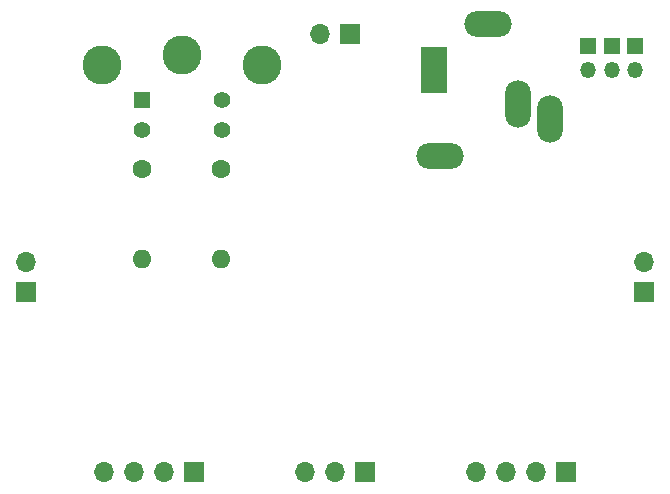
<source format=gbr>
G04 #@! TF.GenerationSoftware,KiCad,Pcbnew,(6.0.0)*
G04 #@! TF.CreationDate,2022-02-21T15:52:47+01:00*
G04 #@! TF.ProjectId,rfreplacement,72667265-706c-4616-9365-6d656e742e6b,rev?*
G04 #@! TF.SameCoordinates,Original*
G04 #@! TF.FileFunction,Soldermask,Bot*
G04 #@! TF.FilePolarity,Negative*
%FSLAX46Y46*%
G04 Gerber Fmt 4.6, Leading zero omitted, Abs format (unit mm)*
G04 Created by KiCad (PCBNEW (6.0.0)) date 2022-02-21 15:52:47*
%MOMM*%
%LPD*%
G01*
G04 APERTURE LIST*
%ADD10R,1.700000X1.700000*%
%ADD11O,1.700000X1.700000*%
%ADD12O,2.200000X4.000000*%
%ADD13O,4.000000X2.200000*%
%ADD14R,2.200000X4.000000*%
%ADD15R,1.398000X1.398000*%
%ADD16C,1.398000*%
%ADD17C,3.306000*%
%ADD18R,1.350000X1.350000*%
%ADD19O,1.350000X1.350000*%
%ADD20C,1.600000*%
%ADD21O,1.600000X1.600000*%
G04 APERTURE END LIST*
D10*
X144272000Y-99822000D03*
D11*
X141732000Y-99822000D03*
X139192000Y-99822000D03*
X136652000Y-99822000D03*
D10*
X127254000Y-99822000D03*
D11*
X124714000Y-99822000D03*
X122174000Y-99822000D03*
D10*
X112776000Y-99822000D03*
D11*
X110236000Y-99822000D03*
X107696000Y-99822000D03*
X105156000Y-99822000D03*
D12*
X142896000Y-69886000D03*
X140196000Y-68686000D03*
D13*
X137696000Y-61886000D03*
D14*
X133096000Y-65786000D03*
D13*
X133596000Y-73086000D03*
D15*
X108410000Y-68326000D03*
D16*
X115110000Y-68326000D03*
X108410000Y-70816000D03*
X115110000Y-70816000D03*
D17*
X111760000Y-64516000D03*
X118520000Y-65326000D03*
X105000000Y-65326000D03*
D18*
X146156000Y-63772000D03*
D19*
X146156000Y-65772000D03*
D18*
X148156000Y-63772000D03*
D19*
X148156000Y-65772000D03*
D18*
X150156000Y-63772000D03*
D19*
X150156000Y-65772000D03*
D10*
X125984000Y-62738000D03*
D11*
X123444000Y-62738000D03*
D10*
X150876000Y-84582000D03*
D11*
X150876000Y-82042000D03*
D10*
X98552000Y-84582000D03*
D11*
X98552000Y-82042000D03*
D20*
X108406000Y-74152000D03*
D21*
X108406000Y-81772000D03*
D20*
X115062000Y-74168000D03*
D21*
X115062000Y-81788000D03*
M02*

</source>
